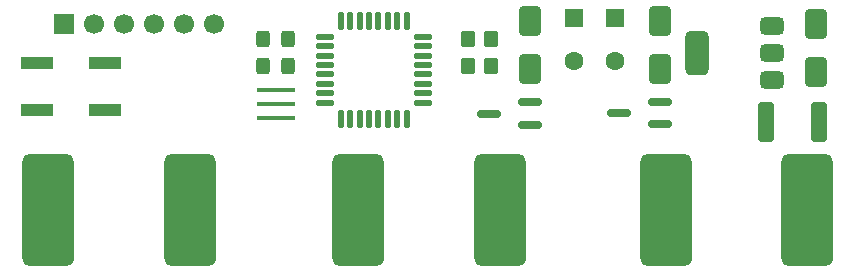
<source format=gbr>
%TF.GenerationSoftware,KiCad,Pcbnew,9.0.3*%
%TF.CreationDate,2026-02-01T21:50:05+01:00*%
%TF.ProjectId,arduinoController,61726475-696e-46f4-936f-6e74726f6c6c,rev?*%
%TF.SameCoordinates,Original*%
%TF.FileFunction,Soldermask,Top*%
%TF.FilePolarity,Negative*%
%FSLAX46Y46*%
G04 Gerber Fmt 4.6, Leading zero omitted, Abs format (unit mm)*
G04 Created by KiCad (PCBNEW 9.0.3) date 2026-02-01 21:50:05*
%MOMM*%
%LPD*%
G01*
G04 APERTURE LIST*
G04 Aperture macros list*
%AMRoundRect*
0 Rectangle with rounded corners*
0 $1 Rounding radius*
0 $2 $3 $4 $5 $6 $7 $8 $9 X,Y pos of 4 corners*
0 Add a 4 corners polygon primitive as box body*
4,1,4,$2,$3,$4,$5,$6,$7,$8,$9,$2,$3,0*
0 Add four circle primitives for the rounded corners*
1,1,$1+$1,$2,$3*
1,1,$1+$1,$4,$5*
1,1,$1+$1,$6,$7*
1,1,$1+$1,$8,$9*
0 Add four rect primitives between the rounded corners*
20,1,$1+$1,$2,$3,$4,$5,0*
20,1,$1+$1,$4,$5,$6,$7,0*
20,1,$1+$1,$6,$7,$8,$9,0*
20,1,$1+$1,$8,$9,$2,$3,0*%
G04 Aperture macros list end*
%ADD10RoundRect,0.250000X-0.325000X-0.450000X0.325000X-0.450000X0.325000X0.450000X-0.325000X0.450000X0*%
%ADD11RoundRect,0.250000X-0.550000X0.550000X-0.550000X-0.550000X0.550000X-0.550000X0.550000X0.550000X0*%
%ADD12C,1.600000*%
%ADD13RoundRect,0.250000X-0.650000X1.000000X-0.650000X-1.000000X0.650000X-1.000000X0.650000X1.000000X0*%
%ADD14RoundRect,0.660000X-1.540000X-4.090000X1.540000X-4.090000X1.540000X4.090000X-1.540000X4.090000X0*%
%ADD15R,2.750000X1.000000*%
%ADD16RoundRect,0.250000X-0.400000X-1.450000X0.400000X-1.450000X0.400000X1.450000X-0.400000X1.450000X0*%
%ADD17RoundRect,0.137500X-0.600000X-0.137500X0.600000X-0.137500X0.600000X0.137500X-0.600000X0.137500X0*%
%ADD18RoundRect,0.137500X-0.137500X-0.600000X0.137500X-0.600000X0.137500X0.600000X-0.137500X0.600000X0*%
%ADD19R,1.700000X1.700000*%
%ADD20C,1.700000*%
%ADD21RoundRect,0.375000X0.625000X0.375000X-0.625000X0.375000X-0.625000X-0.375000X0.625000X-0.375000X0*%
%ADD22RoundRect,0.500000X0.500000X1.400000X-0.500000X1.400000X-0.500000X-1.400000X0.500000X-1.400000X0*%
%ADD23RoundRect,0.162500X0.837500X0.162500X-0.837500X0.162500X-0.837500X-0.162500X0.837500X-0.162500X0*%
%ADD24RoundRect,0.250000X-0.350000X-0.450000X0.350000X-0.450000X0.350000X0.450000X-0.350000X0.450000X0*%
%ADD25R,3.200000X0.400000*%
G04 APERTURE END LIST*
D10*
%TO.C,D4*%
X160950000Y-85250000D03*
X163000000Y-85250000D03*
%TD*%
D11*
%TO.C,J5*%
X190750000Y-81250000D03*
D12*
X190750000Y-84850000D03*
%TD*%
D13*
%TO.C,D2*%
X183500000Y-81500000D03*
X183500000Y-85500000D03*
%TD*%
D14*
%TO.C,J2*%
X142750000Y-97500000D03*
X154750000Y-97500000D03*
%TD*%
D15*
%TO.C,SW1*%
X141750000Y-85000000D03*
X147510000Y-85000000D03*
X141750000Y-89000000D03*
X147510000Y-89000000D03*
%TD*%
D16*
%TO.C,F1*%
X203550000Y-90000000D03*
X208000000Y-90000000D03*
%TD*%
D17*
%TO.C,U1*%
X166137500Y-82787500D03*
X166137500Y-83587500D03*
X166137500Y-84387500D03*
X166137500Y-85187500D03*
X166137500Y-85987500D03*
X166137500Y-86787500D03*
X166137500Y-87587500D03*
X166137500Y-88387500D03*
D18*
X167500000Y-89750000D03*
X168300000Y-89750000D03*
X169100000Y-89750000D03*
X169900000Y-89750000D03*
X170700000Y-89750000D03*
X171500000Y-89750000D03*
X172300000Y-89750000D03*
X173100000Y-89750000D03*
D17*
X174462500Y-88387500D03*
X174462500Y-87587500D03*
X174462500Y-86787500D03*
X174462500Y-85987500D03*
X174462500Y-85187500D03*
X174462500Y-84387500D03*
X174462500Y-83587500D03*
X174462500Y-82787500D03*
D18*
X173100000Y-81425000D03*
X172300000Y-81425000D03*
X171500000Y-81425000D03*
X170700000Y-81425000D03*
X169900000Y-81425000D03*
X169100000Y-81425000D03*
X168300000Y-81425000D03*
X167500000Y-81425000D03*
%TD*%
D19*
%TO.C,J7*%
X144090000Y-81750000D03*
D20*
X146630000Y-81750000D03*
X149170000Y-81750000D03*
X151710000Y-81750000D03*
X154250000Y-81750000D03*
X156790000Y-81750000D03*
%TD*%
D10*
%TO.C,D3*%
X160950000Y-83000000D03*
X163000000Y-83000000D03*
%TD*%
D21*
%TO.C,U3*%
X204000000Y-86500000D03*
X204000000Y-84200000D03*
D22*
X197700000Y-84200000D03*
D21*
X204000000Y-81900000D03*
%TD*%
D23*
%TO.C,Q1*%
X183500000Y-90250000D03*
X183500000Y-88350000D03*
X180080000Y-89300000D03*
%TD*%
D14*
%TO.C,J4*%
X169000000Y-97500000D03*
X181000000Y-97500000D03*
%TD*%
D11*
%TO.C,J6*%
X187250000Y-81250000D03*
D12*
X187250000Y-84850000D03*
%TD*%
D23*
%TO.C,Q3*%
X194500000Y-90200000D03*
X194500000Y-88300000D03*
X191080000Y-89250000D03*
%TD*%
D14*
%TO.C,J3*%
X195000000Y-97500000D03*
X207000000Y-97500000D03*
%TD*%
D13*
%TO.C,D1*%
X194500000Y-81500000D03*
X194500000Y-85500000D03*
%TD*%
D24*
%TO.C,R5*%
X178250000Y-85250000D03*
X180250000Y-85250000D03*
%TD*%
D13*
%TO.C,D5*%
X207750000Y-81750000D03*
X207750000Y-85750000D03*
%TD*%
D24*
%TO.C,R7*%
X178250000Y-83000000D03*
X180250000Y-83000000D03*
%TD*%
D25*
%TO.C,Y1*%
X162000000Y-89700000D03*
X162000000Y-88500000D03*
X162000000Y-87300000D03*
%TD*%
M02*

</source>
